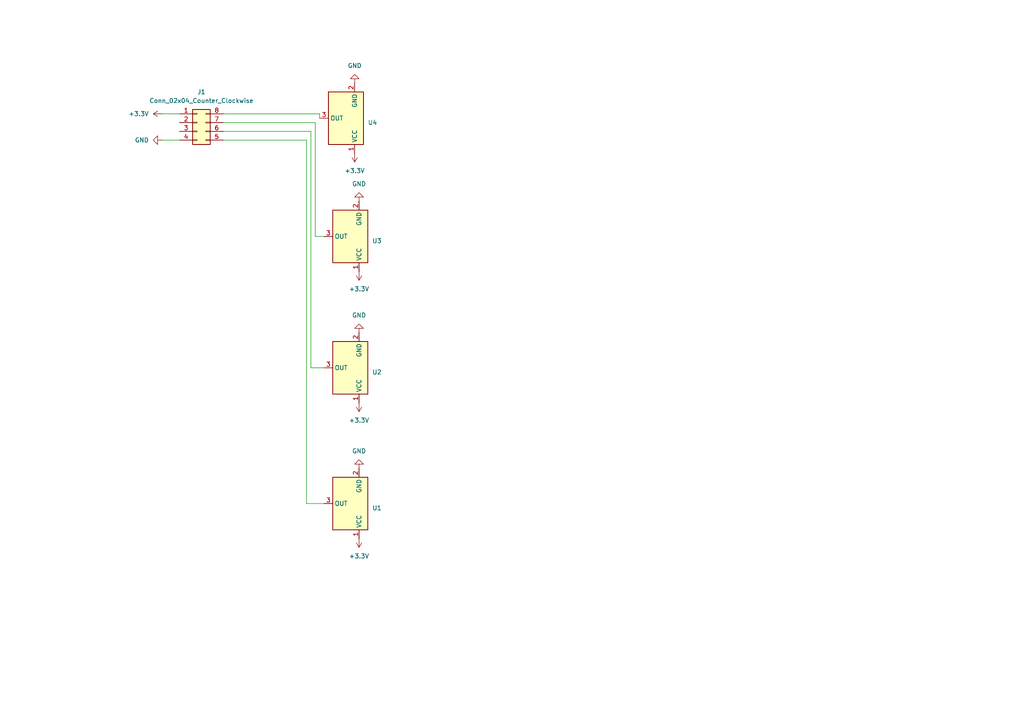
<source format=kicad_sch>
(kicad_sch (version 20231120) (generator "eeschema") (generator_version "8.0")
  (paper "A4")
  (lib_symbols
    (symbol "Connector_Generic:Conn_02x04_Counter_Clockwise" (pin_names (offset 1.016) hide)
      (property "Reference" "J" (at 1.27 5.08 0))
      (property "Value" "Conn_02x04_Counter_Clockwise" (at 1.27 -7.62 0))
      (symbol "Conn_02x04_Counter_Clockwise_1_1"
        (rectangle (start -1.27 -4.953) (end 0 -5.207) (stroke (width 0.1524)))
        (rectangle (start -1.27 -2.413) (end 0 -2.667) (stroke (width 0.1524)))
        (rectangle (start -1.27 0.127) (end 0 -0.127) (stroke (width 0.1524)))
        (rectangle (start -1.27 2.667) (end 0 2.413) (stroke (width 0.1524)))
        (rectangle (start -1.27 3.81) (end 3.81 -6.35) (stroke (width 0.254)) (fill (type background)))
        (rectangle (start 3.81 -4.953) (end 2.54 -5.207) (stroke (width 0.1524)))
        (rectangle (start 3.81 -2.413) (end 2.54 -2.667) (stroke (width 0.1524)))
        (rectangle (start 3.81 0.127) (end 2.54 -0.127) (stroke (width 0.1524)))
        (rectangle (start 3.81 2.667) (end 2.54 2.413) (stroke (width 0.1524)))
        (pin passive line (at -5.08 2.54 0) (length 3.81) (name "Pin_1") (number "1"))
        (pin passive line (at -5.08 0 0) (length 3.81) (name "Pin_2") (number "2"))
        (pin passive line (at -5.08 -2.54 0) (length 3.81) (name "Pin_3") (number "3"))
        (pin passive line (at -5.08 -5.08 0) (length 3.81) (name "Pin_4") (number "4"))
        (pin passive line (at 7.62 -5.08 180) (length 3.81) (name "Pin_5") (number "5"))
        (pin passive line (at 7.62 -2.54 180) (length 3.81) (name "Pin_6") (number "6"))
        (pin passive line (at 7.62 0 180) (length 3.81) (name "Pin_7") (number "7"))
        (pin passive line (at 7.62 2.54 180) (length 3.81) (name "Pin_8") (number "8"))
      )
    )
    (symbol "Sensor_Magnetic:DRV5055A1xLPGxQ1"
      (property "Reference" "U" (at 5.08 12.7 0))
      (property "Value" "DRV5055A1xLPGxQ1" (at 7.62 10.16 0))
      (symbol "DRV5055A1xLPGxQ1_1_1"
        (rectangle (start -5.08 7.62) (end 5.08 -7.62) (stroke (width 0.254)) (fill (type background)))
        (pin power_in line (at -2.54 10.16 270) (length 2.54) (name "VCC") (number "1"))
        (pin power_in line (at -2.54 -10.16 90) (length 2.54) (name "GND") (number "2"))
        (pin output line (at 7.62 0 180) (length 2.54) (name "OUT") (number "3"))
      )
    )
    (symbol "power:+3.3V" (power) (pin_numbers hide) (pin_names (offset 0) hide)
      (property "Value" "+3.3V" (at 0 3.556 0))
      (symbol "+3.3V_0_1"
        (polyline (pts (xy -0.762 1.27) (xy 0 2.54)))
        (polyline (pts (xy 0 0) (xy 0 2.54)))
        (polyline (pts (xy 0 2.54) (xy 0.762 1.27)))
      )
      (symbol "+3.3V_1_1"
        (pin power_in line (at 0 0 90) (length 0) (name "~") (number "1"))
      )
    )
    (symbol "power:GND" (power) (pin_numbers hide) (pin_names (offset 0) hide)
      (property "Value" "GND" (at 0 -3.81 0))
      (symbol "GND_0_1"
        (polyline (pts (xy 0 0) (xy 0 -1.27) (xy 1.27 -1.27) (xy 0 -2.54) (xy -1.27 -1.27) (xy 0 -1.27)))
      )
      (symbol "GND_1_1"
        (pin power_in line (at 0 0 270) (length 0) (name "~") (number "1"))
      )
    )
  )
  (wire (pts (xy 52.07 40.64) (xy 46.99 40.64)))
  (wire (pts (xy 64.77 35.56) (xy 91.44 35.56)))
  (wire (pts (xy 88.9 146.05) (xy 93.98 146.05)))
  (wire (pts (xy 52.07 33.02) (xy 46.99 33.02)))
  (wire (pts (xy 88.9 40.64) (xy 88.9 146.05)))
  (wire (pts (xy 64.77 40.64) (xy 88.9 40.64)))
  (wire (pts (xy 90.17 106.68) (xy 93.98 106.68)))
  (wire (pts (xy 91.44 35.56) (xy 91.44 68.58)))
  (wire (pts (xy 90.17 38.1) (xy 90.17 106.68)))
  (wire (pts (xy 64.77 33.02) (xy 92.71 33.02)))
  (wire (pts (xy 92.71 33.02) (xy 92.71 34.29)))
  (wire (pts (xy 91.44 68.58) (xy 93.98 68.58)))
  (wire (pts (xy 64.77 38.1) (xy 90.17 38.1)))
  (symbol (lib_id "Sensor_Magnetic:DRV5055A1xLPGxQ1") (at 101.6 146.05 180) (unit 1)
    (property "Reference" "U1" (at 107.95 147.3201 0) (effects (justify right)))
    (property "Value" "DRV5055A1xLPGxQ1" (effects (hide yes)))
    (property "Footprint" "Package_TO_SOT_THT:TO-92_Inline_Wide" (effects (hide yes)))
    (property "Datasheet" "https://www.ti.com/lit/ds/symlink/drv5055-q1.pdf" (effects (hide yes)))
    (property "Description" "100 mV/mT,±21-mT, 20-kHz, 3.3/5V, TO-92" (effects (hide yes)))
  )
  (symbol (lib_id "Connector_Generic:Conn_02x04_Counter_Clockwise") (at 57.15 35.56 0) (unit 1)
    (property "Reference" "J1" (at 58.42 26.67 0))
    (property "Value" "Conn_02x04_Counter_Clockwise" (at 58.42 29.21 0))
    (property "Footprint" "mine:Conn_02x04_2.54mm_pin" (effects (hide yes)))
    (property "Description" "Generic connector, double row, 02x04, counter clockwise pin numbering scheme (similar to DIP package numbering), script generated (kicad-library-utils/schlib/autogen/connector/)" (effects (hide yes)))
  )
  (symbol (lib_id "Sensor_Magnetic:DRV5055A1xLPGxQ1") (at 100.33 34.29 180) (unit 1)
    (property "Reference" "U4" (at 106.68 35.5601 0) (effects (justify right)))
    (property "Value" "DRV5055A1xLPGxQ1" (effects (hide yes)))
    (property "Footprint" "Package_TO_SOT_THT:TO-92_Inline_Wide" (effects (hide yes)))
    (property "Datasheet" "https://www.ti.com/lit/ds/symlink/drv5055-q1.pdf" (effects (hide yes)))
    (property "Description" "100 mV/mT,±21-mT, 20-kHz, 3.3/5V, TO-92" (effects (hide yes)))
  )
  (symbol (lib_id "Sensor_Magnetic:DRV5055A1xLPGxQ1") (at 101.6 68.58 180) (unit 1)
    (property "Reference" "U3" (at 107.95 69.8501 0) (effects (justify right)))
    (property "Value" "DRV5055A1xLPGxQ1" (effects (hide yes)))
    (property "Footprint" "Package_TO_SOT_THT:TO-92_Inline_Wide" (effects (hide yes)))
    (property "Datasheet" "https://www.ti.com/lit/ds/symlink/drv5055-q1.pdf" (effects (hide yes)))
    (property "Description" "100 mV/mT,±21-mT, 20-kHz, 3.3/5V, TO-92" (effects (hide yes)))
  )
  (symbol (lib_id "power:GND") (at 104.14 58.42 180) (unit 1)
    (property "Reference" "#PWR04" (effects (hide yes)))
    (property "Value" "GND" (at 104.14 53.34 0))
    (property "Description" "Power symbol creates a global label with name \"GND\" , ground" (effects (hide yes)))
  )
  (symbol (lib_id "power:GND") (at 104.14 135.89 180) (unit 1)
    (property "Reference" "#PWR06" (effects (hide yes)))
    (property "Value" "GND" (at 104.14 130.81 0))
    (property "Description" "Power symbol creates a global label with name \"GND\" , ground" (effects (hide yes)))
  )
  (symbol (lib_id "power:+3.3V") (at 104.14 78.74 180) (unit 1)
    (property "Reference" "#PWR08" (effects (hide yes)))
    (property "Value" "+3.3V" (at 104.14 83.82 0))
    (property "Description" "Power symbol creates a global label with name \"+3.3V\"" (effects (hide yes)))
  )
  (symbol (lib_id "power:+3.3V") (at 46.99 33.02 90) (unit 1)
    (property "Reference" "#PWR01" (effects (hide yes)))
    (property "Value" "+3.3V" (at 43.18 33.0199 90) (effects (justify left)))
    (property "Description" "Power symbol creates a global label with name \"+3.3V\"" (effects (hide yes)))
  )
  (symbol (lib_id "power:GND") (at 102.87 24.13 180) (unit 1)
    (property "Reference" "#PWR03" (effects (hide yes)))
    (property "Value" "GND" (at 102.87 19.05 0))
    (property "Description" "Power symbol creates a global label with name \"GND\" , ground" (effects (hide yes)))
  )
  (symbol (lib_id "power:GND") (at 104.14 96.52 180) (unit 1)
    (property "Reference" "#PWR05" (effects (hide yes)))
    (property "Value" "GND" (at 104.14 91.44 0))
    (property "Description" "Power symbol creates a global label with name \"GND\" , ground" (effects (hide yes)))
  )
  (symbol (lib_id "power:+3.3V") (at 104.14 156.21 180) (unit 1)
    (property "Reference" "#PWR010" (effects (hide yes)))
    (property "Value" "+3.3V" (at 104.14 161.29 0))
    (property "Description" "Power symbol creates a global label with name \"+3.3V\"" (effects (hide yes)))
  )
  (symbol (lib_id "power:+3.3V") (at 104.14 116.84 180) (unit 1)
    (property "Reference" "#PWR09" (effects (hide yes)))
    (property "Value" "+3.3V" (at 104.14 121.92 0))
    (property "Description" "Power symbol creates a global label with name \"+3.3V\"" (effects (hide yes)))
  )
  (symbol (lib_id "power:+3.3V") (at 102.87 44.45 180) (unit 1)
    (property "Reference" "#PWR07" (effects (hide yes)))
    (property "Value" "+3.3V" (at 102.87 49.53 0))
    (property "Description" "Power symbol creates a global label with name \"+3.3V\"" (effects (hide yes)))
  )
  (symbol (lib_id "power:GND") (at 46.99 40.64 270) (unit 1)
    (property "Reference" "#PWR02" (effects (hide yes)))
    (property "Value" "GND" (at 43.18 40.6399 90) (effects (justify right)))
    (property "Description" "Power symbol creates a global label with name \"GND\" , ground" (effects (hide yes)))
  )
  (symbol (lib_id "Sensor_Magnetic:DRV5055A1xLPGxQ1") (at 101.6 106.68 180) (unit 1)
    (property "Reference" "U2" (at 107.95 107.9501 0) (effects (justify right)))
    (property "Value" "DRV5055A1xLPGxQ1" (effects (hide yes)))
    (property "Footprint" "Package_TO_SOT_THT:TO-92_Inline_Wide" (effects (hide yes)))
    (property "Datasheet" "https://www.ti.com/lit/ds/symlink/drv5055-q1.pdf" (effects (hide yes)))
    (property "Description" "100 mV/mT,±21-mT, 20-kHz, 3.3/5V, TO-92" (effects (hide yes)))
  )
)
</source>
